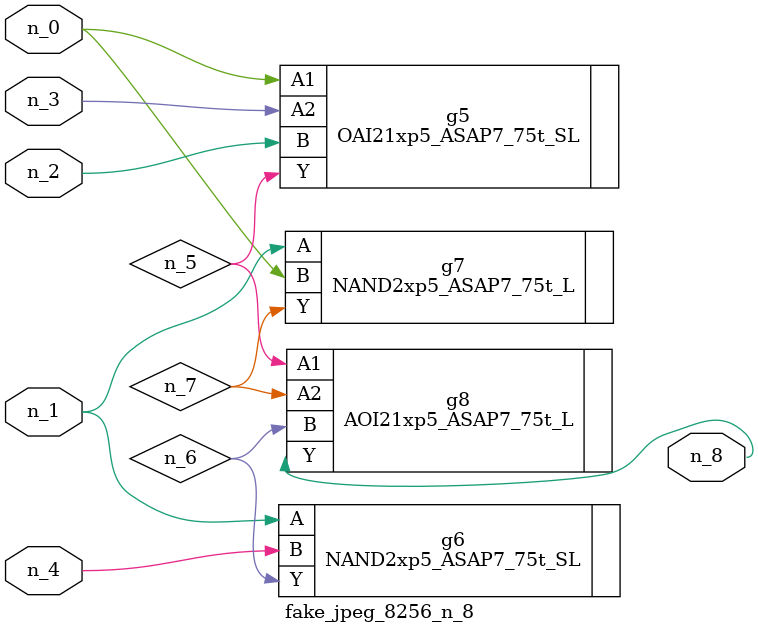
<source format=v>
module fake_jpeg_8256_n_8 (n_3, n_2, n_1, n_0, n_4, n_8);

input n_3;
input n_2;
input n_1;
input n_0;
input n_4;

output n_8;

wire n_6;
wire n_5;
wire n_7;

OAI21xp5_ASAP7_75t_SL g5 ( 
.A1(n_0),
.A2(n_3),
.B(n_2),
.Y(n_5)
);

NAND2xp5_ASAP7_75t_SL g6 ( 
.A(n_1),
.B(n_4),
.Y(n_6)
);

NAND2xp5_ASAP7_75t_L g7 ( 
.A(n_1),
.B(n_0),
.Y(n_7)
);

AOI21xp5_ASAP7_75t_L g8 ( 
.A1(n_5),
.A2(n_7),
.B(n_6),
.Y(n_8)
);


endmodule
</source>
